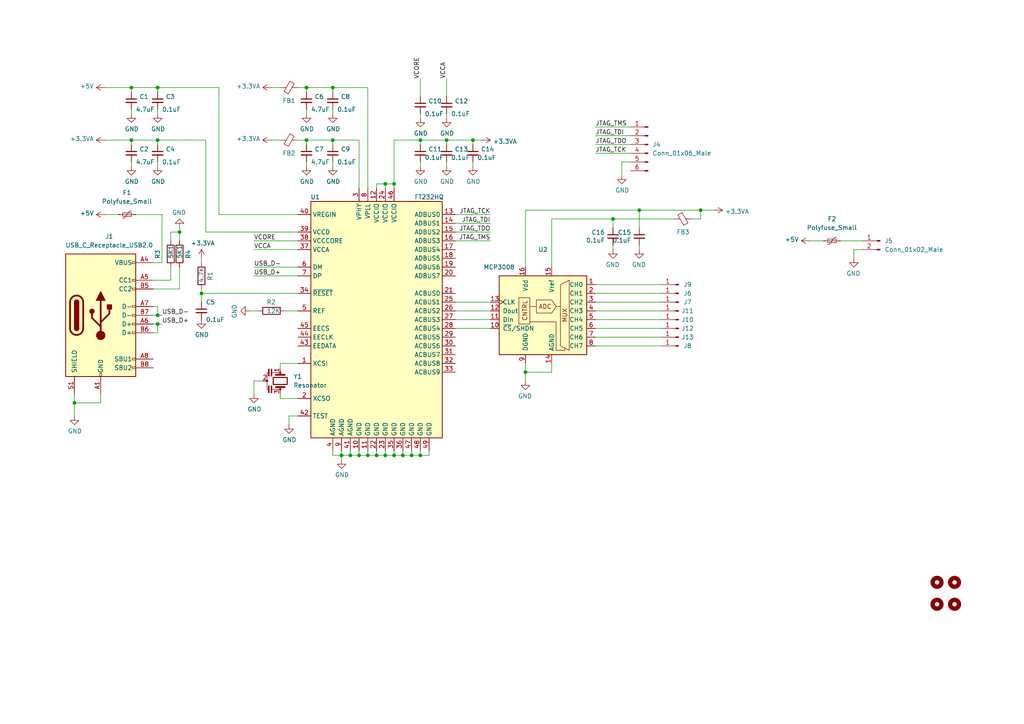
<source format=kicad_sch>
(kicad_sch (version 20210621) (generator eeschema)
  (paper "A4")
  (title_block (title "SYZYGY Breakout") (date "2021-09-21") (rev "r1.0") (company "GsD - @gregdavill") (comment 1 "SYZYGY Pod"))
  (lib_symbols
    (symbol "Analog_ADC:MCP3008" (pin_names (offset 1.016))
      (property "Reference" "U" (at -5.08 13.335 0))
      (property "Value" "MCP3008" (at -5.08 11.43 0))
      (symbol "MCP3008_0_0"
        (text "ADC" (at -0.635 1.27 0) (effects (font (size 1.27 1.27))))
        (text "CNTRL" (at 5.969 -2.921 900) (effects (font (size 1.27 1.27)) (justify left bottom)))
        (text "MUX" (at -6.35 -1.27 900) (effects (font (size 1.27 1.27))))
      )
      (symbol "MCP3008_0_1"
        (rectangle (start 3.81 -3.81) (end 6.985 3.81))
        (rectangle (start 12.7 -12.7) (end -12.7 10.16) (stroke (width 0.254)) (fill (type background)))
        (polyline (pts (xy -3.81 1.27) (xy -5.08 1.27)))
        (polyline (pts (xy 1.905 1.27) (xy 3.81 1.27)))
        (polyline (pts (xy -7.62 8.89) (xy -7.62 -11.43) (xy -5.08 -10.16) (xy -5.08 7.62) (xy -7.62 8.89)))
        (polyline (pts (xy 3.81 -3.175) (xy -3.81 -3.175) (xy -3.81 -11.43) (xy -6.35 -11.43) (xy -6.35 -10.795)))
        (polyline (pts (xy 1.905 3.175) (xy 1.905 -0.635) (xy -2.54 -0.635) (xy -3.81 1.27) (xy -2.54 3.175) (xy 1.905 3.175)))
      )
      (symbol "MCP3008_1_1"
        (pin input line (at -15.24 7.62 0) (length 2.54) (name "CH0") (number "1"))
        (pin input line (at 15.24 -5.08 180) (length 2.54) (name "~{CS}/SHDN") (number "10"))
        (pin input line (at 15.24 -2.54 180) (length 2.54) (name "Din") (number "11"))
        (pin output line (at 15.24 0 180) (length 2.54) (name "Dout") (number "12"))
        (pin input clock (at 15.24 2.54 180) (length 2.54) (name "CLK") (number "13"))
        (pin power_in line (at -2.54 -15.24 90) (length 2.54) (name "AGND") (number "14"))
        (pin power_in line (at -2.54 12.7 270) (length 2.54) (name "Vref") (number "15"))
        (pin power_in line (at 5.08 12.7 270) (length 2.54) (name "Vdd") (number "16"))
        (pin input line (at -15.24 5.08 0) (length 2.54) (name "CH1") (number "2"))
        (pin input line (at -15.24 2.54 0) (length 2.54) (name "CH2") (number "3"))
        (pin input line (at -15.24 0 0) (length 2.54) (name "CH3") (number "4"))
        (pin input line (at -15.24 -2.54 0) (length 2.54) (name "CH4") (number "5"))
        (pin input line (at -15.24 -5.08 0) (length 2.54) (name "CH5") (number "6"))
        (pin input line (at -15.24 -7.62 0) (length 2.54) (name "CH6") (number "7"))
        (pin input line (at -15.24 -10.16 0) (length 2.54) (name "CH7") (number "8"))
        (pin power_in line (at 5.08 -15.24 90) (length 2.54) (name "DGND") (number "9"))
      )
    )
    (symbol "Connector:Conn_01x01_Male" (pin_names (offset 1.016) hide)
      (property "Reference" "J" (at 0 2.54 0))
      (property "Value" "Conn_01x01_Male" (at 0 -2.54 0))
      (symbol "Conn_01x01_Male_1_1"
        (rectangle (start 0.8636 0.127) (end 0 -0.127) (stroke (width 0.1524)) (fill (type outline)))
        (polyline (pts (xy 1.27 0) (xy 0.8636 0)) (stroke (width 0.1524)))
        (pin passive line (at 5.08 0 180) (length 3.81) (name "Pin_1") (number "1"))
      )
    )
    (symbol "Connector:Conn_01x02_Male" (pin_names (offset 1.016) hide)
      (property "Reference" "J" (at 0 2.54 0))
      (property "Value" "Conn_01x02_Male" (at 0 -5.08 0))
      (symbol "Conn_01x02_Male_1_1"
        (rectangle (start 0.8636 -2.413) (end 0 -2.667) (stroke (width 0.1524)) (fill (type outline)))
        (rectangle (start 0.8636 0.127) (end 0 -0.127) (stroke (width 0.1524)) (fill (type outline)))
        (polyline (pts (xy 1.27 -2.54) (xy 0.8636 -2.54)) (stroke (width 0.1524)))
        (polyline (pts (xy 1.27 0) (xy 0.8636 0)) (stroke (width 0.1524)))
        (pin passive line (at 5.08 0 180) (length 3.81) (name "Pin_1") (number "1"))
        (pin passive line (at 5.08 -2.54 180) (length 3.81) (name "Pin_2") (number "2"))
      )
    )
    (symbol "Connector:Conn_01x06_Male" (pin_names (offset 1.016) hide)
      (property "Reference" "J" (at 0 7.62 0))
      (property "Value" "Conn_01x06_Male" (at 0 -10.16 0))
      (symbol "Conn_01x06_Male_1_1"
        (rectangle (start 0.8636 -7.493) (end 0 -7.747) (stroke (width 0.1524)) (fill (type outline)))
        (rectangle (start 0.8636 -4.953) (end 0 -5.207) (stroke (width 0.1524)) (fill (type outline)))
        (rectangle (start 0.8636 -2.413) (end 0 -2.667) (stroke (width 0.1524)) (fill (type outline)))
        (rectangle (start 0.8636 0.127) (end 0 -0.127) (stroke (width 0.1524)) (fill (type outline)))
        (rectangle (start 0.8636 2.667) (end 0 2.413) (stroke (width 0.1524)) (fill (type outline)))
        (rectangle (start 0.8636 5.207) (end 0 4.953) (stroke (width 0.1524)) (fill (type outline)))
        (polyline (pts (xy 1.27 -7.62) (xy 0.8636 -7.62)) (stroke (width 0.1524)))
        (polyline (pts (xy 1.27 -5.08) (xy 0.8636 -5.08)) (stroke (width 0.1524)))
        (polyline (pts (xy 1.27 -2.54) (xy 0.8636 -2.54)) (stroke (width 0.1524)))
        (polyline (pts (xy 1.27 0) (xy 0.8636 0)) (stroke (width 0.1524)))
        (polyline (pts (xy 1.27 2.54) (xy 0.8636 2.54)) (stroke (width 0.1524)))
        (polyline (pts (xy 1.27 5.08) (xy 0.8636 5.08)) (stroke (width 0.1524)))
        (pin passive line (at 5.08 5.08 180) (length 3.81) (name "Pin_1") (number "1"))
        (pin passive line (at 5.08 2.54 180) (length 3.81) (name "Pin_2") (number "2"))
        (pin passive line (at 5.08 0 180) (length 3.81) (name "Pin_3") (number "3"))
        (pin passive line (at 5.08 -2.54 180) (length 3.81) (name "Pin_4") (number "4"))
        (pin passive line (at 5.08 -5.08 180) (length 3.81) (name "Pin_5") (number "5"))
        (pin passive line (at 5.08 -7.62 180) (length 3.81) (name "Pin_6") (number "6"))
      )
    )
    (symbol "Connector:USB_C_Receptacle_USB2.0" (pin_names (offset 1.016))
      (property "Reference" "J" (at -10.16 19.05 0))
      (property "Value" "USB_C_Receptacle_USB2.0" (at 19.05 19.05 0))
      (symbol "USB_C_Receptacle_USB2.0_0_0"
        (rectangle (start -0.254 -17.78) (end 0.254 -16.764))
        (rectangle (start 10.16 -14.986) (end 9.144 -15.494))
        (rectangle (start 10.16 -12.446) (end 9.144 -12.954))
        (rectangle (start 10.16 -4.826) (end 9.144 -5.334))
        (rectangle (start 10.16 -2.286) (end 9.144 -2.794))
        (rectangle (start 10.16 0.254) (end 9.144 -0.254))
        (rectangle (start 10.16 2.794) (end 9.144 2.286))
        (rectangle (start 10.16 7.874) (end 9.144 7.366))
        (rectangle (start 10.16 10.414) (end 9.144 9.906))
        (rectangle (start 10.16 15.494) (end 9.144 14.986))
      )
      (symbol "USB_C_Receptacle_USB2.0_0_1"
        (arc (start -8.89 -3.81) (end -5.08 -3.81) (radius (at -6.985 -3.81) (length 1.905) (angles -179.9 -0.1)) (stroke (width 0.508)))
        (arc (start -7.62 -3.81) (end -6.35 -3.81) (radius (at -6.985 -3.81) (length 0.635) (angles -179.9 -0.1)) (stroke (width 0.254)))
        (arc (start -6.35 3.81) (end -7.62 3.81) (radius (at -6.985 3.81) (length 0.635) (angles 0.1 179.9)) (stroke (width 0.254)))
        (arc (start -5.08 3.81) (end -8.89 3.81) (radius (at -6.985 3.81) (length 1.905) (angles 0.1 179.9)) (stroke (width 0.508)))
        (arc (start -7.62 -3.81) (end -6.35 -3.81) (radius (at -6.985 -3.81) (length 0.635) (angles -179.9 -0.1)) (stroke (width 0.254)) (fill (type outline)))
        (arc (start -6.35 3.81) (end -7.62 3.81) (radius (at -6.985 3.81) (length 0.635) (angles 0.1 179.9)) (stroke (width 0.254)) (fill (type outline)))
        (circle (center -2.54 1.143) (radius 0.635) (stroke (width 0.254)) (fill (type outline)))
        (circle (center 0 -5.842) (radius 1.27) (fill (type outline)))
        (rectangle (start -7.62 -3.81) (end -6.35 3.81) (stroke (width 0.254)) (fill (type outline)))
        (rectangle (start 1.905 1.778) (end 3.175 3.048) (stroke (width 0.254)) (fill (type outline)))
        (rectangle (start -10.16 17.78) (end 10.16 -17.78) (stroke (width 0.254)) (fill (type background)))
        (polyline (pts (xy -8.89 -3.81) (xy -8.89 3.81)) (stroke (width 0.508)))
        (polyline (pts (xy -5.08 3.81) (xy -5.08 -3.81)) (stroke (width 0.508)))
        (polyline (pts (xy 0 -5.842) (xy 0 4.318)) (stroke (width 0.508)))
        (polyline (pts (xy 0 -3.302) (xy -2.54 -0.762) (xy -2.54 0.508)) (stroke (width 0.508)))
        (polyline (pts (xy 0 -2.032) (xy 2.54 0.508) (xy 2.54 1.778)) (stroke (width 0.508)))
        (polyline (pts (xy -1.27 4.318) (xy 0 6.858) (xy 1.27 4.318) (xy -1.27 4.318)) (stroke (width 0.254)) (fill (type outline)))
      )
      (symbol "USB_C_Receptacle_USB2.0_1_1"
        (pin passive line (at 0 -22.86 90) (length 5.08) (name "GND") (number "A1"))
        (pin passive line (at 0 -22.86 90) (length 5.08) hide (name "GND") (number "A12"))
        (pin passive line (at 15.24 15.24 180) (length 5.08) (name "VBUS") (number "A4"))
        (pin bidirectional line (at 15.24 10.16 180) (length 5.08) (name "CC1") (number "A5"))
        (pin bidirectional line (at 15.24 -2.54 180) (length 5.08) (name "D+") (number "A6"))
        (pin bidirectional line (at 15.24 2.54 180) (length 5.08) (name "D-") (number "A7"))
        (pin bidirectional line (at 15.24 -12.7 180) (length 5.08) (name "SBU1") (number "A8"))
        (pin passive line (at 15.24 15.24 180) (length 5.08) hide (name "VBUS") (number "A9"))
        (pin passive line (at 0 -22.86 90) (length 5.08) hide (name "GND") (number "B1"))
        (pin passive line (at 0 -22.86 90) (length 5.08) hide (name "GND") (number "B12"))
        (pin passive line (at 15.24 15.24 180) (length 5.08) hide (name "VBUS") (number "B4"))
        (pin bidirectional line (at 15.24 7.62 180) (length 5.08) (name "CC2") (number "B5"))
        (pin bidirectional line (at 15.24 -5.08 180) (length 5.08) (name "D+") (number "B6"))
        (pin bidirectional line (at 15.24 0 180) (length 5.08) (name "D-") (number "B7"))
        (pin bidirectional line (at 15.24 -15.24 180) (length 5.08) (name "SBU2") (number "B8"))
        (pin passive line (at 15.24 15.24 180) (length 5.08) hide (name "VBUS") (number "B9"))
        (pin passive line (at -7.62 -22.86 90) (length 5.08) (name "SHIELD") (number "S1"))
      )
    )
    (symbol "Device:C_Small" (pin_numbers hide) (pin_names (offset 0.254) hide)
      (property "Reference" "C" (at 0.254 1.778 0))
      (property "Value" "C_Small" (at 0.254 -2.032 0))
      (symbol "C_Small_0_1"
        (polyline (pts (xy -1.524 -0.508) (xy 1.524 -0.508)) (stroke (width 0.3302)))
        (polyline (pts (xy -1.524 0.508) (xy 1.524 0.508)) (stroke (width 0.3048)))
      )
      (symbol "C_Small_1_1"
        (pin passive line (at 0 2.54 270) (length 2.032) (name "~") (number "1"))
        (pin passive line (at 0 -2.54 90) (length 2.032) (name "~") (number "2"))
      )
    )
    (symbol "Device:Ferrite_Bead_Small" (pin_numbers hide) (pin_names (offset 0))
      (property "Reference" "FB" (at 1.905 1.27 0))
      (property "Value" "Device_Ferrite_Bead_Small" (at 1.905 -1.27 0))
      (symbol "Ferrite_Bead_Small_0_1"
        (polyline (pts (xy 0 -1.27) (xy 0 -0.7874)))
        (polyline (pts (xy 0 0.889) (xy 0 1.2954)))
        (polyline (pts (xy -1.8288 0.2794) (xy -1.1176 1.4986) (xy 1.8288 -0.2032) (xy 1.1176 -1.4224) (xy -1.8288 0.2794)))
      )
      (symbol "Ferrite_Bead_Small_1_1"
        (pin passive line (at 0 2.54 270) (length 1.27) (name "~") (number "1"))
        (pin passive line (at 0 -2.54 90) (length 1.27) (name "~") (number "2"))
      )
    )
    (symbol "Device:Polyfuse_Small" (pin_numbers hide) (pin_names (offset 0))
      (property "Reference" "F" (at -1.905 0 90))
      (property "Value" "Polyfuse_Small" (at 1.905 0 90))
      (symbol "Polyfuse_Small_0_1"
        (rectangle (start -0.508 1.27) (end 0.508 -1.27))
        (polyline (pts (xy 0 2.54) (xy 0 -2.54)))
        (polyline (pts (xy -1.016 1.27) (xy -1.016 0.762) (xy 1.016 -0.762) (xy 1.016 -1.27)))
      )
      (symbol "Polyfuse_Small_1_1"
        (pin passive line (at 0 2.54 270) (length 0.635) (name "~") (number "1"))
        (pin passive line (at 0 -2.54 90) (length 0.635) (name "~") (number "2"))
      )
    )
    (symbol "Device:R" (pin_numbers hide) (pin_names (offset 0))
      (property "Reference" "R" (at 2.032 0 90))
      (property "Value" "R" (at 0 0 90))
      (symbol "R_0_1"
        (rectangle (start -1.016 -2.54) (end 1.016 2.54) (stroke (width 0.254)))
      )
      (symbol "R_1_1"
        (pin passive line (at 0 3.81 270) (length 1.27) (name "~") (number "1"))
        (pin passive line (at 0 -3.81 90) (length 1.27) (name "~") (number "2"))
      )
    )
    (symbol "Device:Resonator" (pin_names (offset 1.016) hide)
      (property "Reference" "Y" (at 0 5.715 0))
      (property "Value" "Resonator" (at 0 3.81 0))
      (symbol "Resonator_0_1"
        (circle (center -2.413 0) (radius 0.254) (fill (type outline)))
        (circle (center 0 -3.81) (radius 0.254) (fill (type outline)))
        (circle (center 2.413 0) (radius 0.254) (fill (type outline)))
        (rectangle (start -1.016 2.032) (end 1.016 -2.032) (stroke (width 0.3048)))
        (rectangle (start -3.429 -3.175) (end -1.397 -3.429) (fill (type outline)))
        (rectangle (start -3.429 -2.413) (end -1.397 -2.667) (fill (type outline)))
        (rectangle (start 1.397 -3.175) (end 3.429 -3.429) (fill (type outline)))
        (rectangle (start 1.397 -2.413) (end 3.429 -2.667) (fill (type outline)))
        (polyline (pts (xy -2.413 -2.413) (xy -2.413 0)))
        (polyline (pts (xy -1.905 0) (xy -3.175 0)))
        (polyline (pts (xy -1.778 -1.27) (xy -1.778 1.27)) (stroke (width 0.508)))
        (polyline (pts (xy 1.778 -1.27) (xy 1.778 1.27)) (stroke (width 0.508)))
        (polyline (pts (xy 1.905 0) (xy 2.54 0)))
        (polyline (pts (xy 2.413 0) (xy 2.413 -2.54)))
        (polyline (pts (xy 2.413 -3.302) (xy 2.413 -3.81) (xy -2.413 -3.81) (xy -2.413 -3.302)))
      )
      (symbol "Resonator_1_1"
        (pin passive line (at -3.81 0 0) (length 1.27) (name "1") (number "1"))
        (pin passive line (at 0 -5.08 90) (length 1.27) (name "2") (number "2"))
        (pin passive line (at 3.81 0 180) (length 1.27) (name "3") (number "3"))
      )
    )
    (symbol "Interface_USB:FT232H"
      (property "Reference" "U1" (at -17.78 35.56 0))
      (property "Value" "FT232HQ" (at 15.24 35.56 0))
      (symbol "FT232H_0_1"
        (rectangle (start -19.05 34.29) (end 19.05 -34.29) (stroke (width 0.254)) (fill (type background)))
      )
      (symbol "FT232H_1_1"
        (pin input line (at -22.86 -12.7 0) (length 3.81) (name "XCSI") (number "1"))
        (pin power_in line (at -5.08 -38.1 90) (length 3.81) (name "GND") (number "10"))
        (pin power_in line (at -2.54 -38.1 90) (length 3.81) (name "GND") (number "11"))
        (pin power_in line (at 0 38.1 270) (length 3.81) (name "VCCIO") (number "12"))
        (pin bidirectional line (at 22.86 30.48 180) (length 3.81) (name "ADBUS0") (number "13"))
        (pin bidirectional line (at 22.86 27.94 180) (length 3.81) (name "ADBUS1") (number "14"))
        (pin bidirectional line (at 22.86 25.4 180) (length 3.81) (name "ADBUS2") (number "15"))
        (pin bidirectional line (at 22.86 22.86 180) (length 3.81) (name "ADBUS3") (number "16"))
        (pin bidirectional line (at 22.86 20.32 180) (length 3.81) (name "ADBUS4") (number "17"))
        (pin bidirectional line (at 22.86 17.78 180) (length 3.81) (name "ADBUS5") (number "18"))
        (pin bidirectional line (at 22.86 15.24 180) (length 3.81) (name "ADBUS6") (number "19"))
        (pin output line (at -22.86 -22.86 0) (length 3.81) (name "XCSO") (number "2"))
        (pin bidirectional line (at 22.86 12.7 180) (length 3.81) (name "ADBUS7") (number "20"))
        (pin bidirectional line (at 22.86 7.62 180) (length 3.81) (name "ACBUS0") (number "21"))
        (pin power_in line (at 0 -38.1 90) (length 3.81) (name "GND") (number "22"))
        (pin power_in line (at 2.54 -38.1 90) (length 3.81) (name "GND") (number "23"))
        (pin power_in line (at 2.54 38.1 270) (length 3.81) (name "VCCIO") (number "24"))
        (pin bidirectional line (at 22.86 5.08 180) (length 3.81) (name "ACBUS1") (number "25"))
        (pin bidirectional line (at 22.86 2.54 180) (length 3.81) (name "ACBUS2") (number "26"))
        (pin bidirectional line (at 22.86 0 180) (length 3.81) (name "ACBUS3") (number "27"))
        (pin bidirectional line (at 22.86 -2.54 180) (length 3.81) (name "ACBUS4") (number "28"))
        (pin bidirectional line (at 22.86 -5.08 180) (length 3.81) (name "ACBUS5") (number "29"))
        (pin power_in line (at -5.08 38.1 270) (length 3.81) (name "VPHY") (number "3"))
        (pin bidirectional line (at 22.86 -7.62 180) (length 3.81) (name "ACBUS6") (number "30"))
        (pin bidirectional line (at 22.86 -10.16 180) (length 3.81) (name "ACBUS7") (number "31"))
        (pin bidirectional line (at 22.86 -12.7 180) (length 3.81) (name "ACBUS8") (number "32"))
        (pin bidirectional line (at 22.86 -15.24 180) (length 3.81) (name "ACBUS9") (number "33"))
        (pin input line (at -22.86 7.62 0) (length 3.81) (name "~{RESET}") (number "34"))
        (pin power_in line (at 5.08 -38.1 90) (length 3.81) (name "GND") (number "35"))
        (pin power_in line (at 7.62 -38.1 90) (length 3.81) (name "GND") (number "36"))
        (pin power_out line (at -22.86 20.32 0) (length 3.81) (name "VCCA") (number "37"))
        (pin power_out line (at -22.86 22.86 0) (length 3.81) (name "VCCCORE") (number "38"))
        (pin power_in line (at -22.86 25.4 0) (length 3.81) (name "VCCD") (number "39"))
        (pin power_in line (at -12.7 -38.1 90) (length 3.81) (name "AGND") (number "4"))
        (pin power_in line (at -22.86 30.48 0) (length 3.81) (name "VREGIN") (number "40"))
        (pin power_in line (at -7.62 -38.1 90) (length 3.81) (name "AGND") (number "41"))
        (pin input line (at -22.86 -27.94 0) (length 3.81) (name "TEST") (number "42"))
        (pin bidirectional line (at -22.86 -7.62 0) (length 3.81) (name "EEDATA") (number "43"))
        (pin input line (at -22.86 -5.08 0) (length 3.81) (name "EECLK") (number "44"))
        (pin input line (at -22.86 -2.54 0) (length 3.81) (name "EECS") (number "45"))
        (pin power_in line (at 5.08 38.1 270) (length 3.81) (name "VCCIO") (number "46"))
        (pin power_in line (at 10.16 -38.1 90) (length 3.81) (name "GND") (number "47"))
        (pin power_in line (at 12.7 -38.1 90) (length 3.81) (name "GND") (number "48"))
        (pin power_in line (at 15.24 -38.1 90) (length 3.81) (name "GND") (number "49"))
        (pin input line (at -22.86 2.54 0) (length 3.81) (name "REF") (number "5"))
        (pin bidirectional line (at -22.86 15.24 0) (length 3.81) (name "DM") (number "6"))
        (pin bidirectional line (at -22.86 12.7 0) (length 3.81) (name "DP") (number "7"))
        (pin power_in line (at -2.54 38.1 270) (length 3.81) (name "VPLL") (number "8"))
        (pin power_in line (at -10.16 -38.1 90) (length 3.81) (name "AGND") (number "9"))
      )
    )
    (symbol "Mechanical:MountingHole" (pin_names (offset 1.016))
      (property "Reference" "H" (at 0 5.08 0))
      (property "Value" "MountingHole" (at 0 3.175 0))
      (symbol "MountingHole_0_1"
        (circle (center 0 0) (radius 1.27) (stroke (width 1.27)))
      )
    )
    (symbol "power:+3.3VA" (power) (pin_names (offset 0))
      (property "Value" "+3.3VA" (at 0 3.556 0))
      (symbol "+3.3VA_0_1"
        (polyline (pts (xy -0.762 1.27) (xy 0 2.54)))
        (polyline (pts (xy 0 0) (xy 0 2.54)))
        (polyline (pts (xy 0 2.54) (xy 0.762 1.27)))
      )
      (symbol "+3.3VA_1_1"
        (pin power_in line (at 0 0 90) (length 0) hide (name "+3.3VA") (number "1"))
      )
    )
    (symbol "power:+5V" (power) (pin_names (offset 0))
      (property "Value" "+5V" (at 0 3.556 0))
      (symbol "+5V_0_1"
        (polyline (pts (xy -0.762 1.27) (xy 0 2.54)))
        (polyline (pts (xy 0 0) (xy 0 2.54)))
        (polyline (pts (xy 0 2.54) (xy 0.762 1.27)))
      )
      (symbol "+5V_1_1"
        (pin power_in line (at 0 0 90) (length 0) hide (name "+5V") (number "1"))
      )
    )
    (symbol "power:GND" (power) (pin_names (offset 0))
      (property "Value" "GND" (at 0 -3.81 0))
      (symbol "GND_0_1"
        (polyline (pts (xy 0 0) (xy 0 -1.27) (xy 1.27 -1.27) (xy 0 -2.54) (xy -1.27 -1.27) (xy 0 -1.27)))
      )
      (symbol "GND_1_1"
        (pin power_in line (at 0 0 270) (length 0) hide (name "GND") (number "1"))
      )
    )
  )
  (bus_alias "GPDI" (members "CK_N" "CK_P" "D0_N" "D0_P" "D1_N" "D1_P" "D2_N" "D2_P"))
  (junction (at 21.59 116.84))
  (junction (at 38.1 25.4))
  (junction (at 38.1 40.64))
  (junction (at 45.72 25.4))
  (junction (at 45.72 40.64))
  (junction (at 45.72 91.44))
  (junction (at 45.72 93.98))
  (junction (at 52.07 67.31))
  (junction (at 58.42 85.09))
  (junction (at 88.9 25.4))
  (junction (at 88.9 40.64))
  (junction (at 96.52 25.4))
  (junction (at 96.52 40.64))
  (junction (at 99.06 132.08))
  (junction (at 101.6 132.08))
  (junction (at 104.14 132.08))
  (junction (at 106.68 132.08))
  (junction (at 109.22 132.08))
  (junction (at 111.76 53.34))
  (junction (at 111.76 132.08))
  (junction (at 114.3 53.34))
  (junction (at 114.3 132.08))
  (junction (at 116.84 132.08))
  (junction (at 119.38 132.08))
  (junction (at 121.92 40.64))
  (junction (at 121.92 132.08))
  (junction (at 129.54 40.64))
  (junction (at 137.16 40.64))
  (junction (at 152.4 107.95))
  (junction (at 177.8 63.5))
  (junction (at 185.42 60.96))
  (junction (at 203.2 60.96))
  (wire (pts (xy 21.59 114.3) (xy 21.59 116.84)))
  (wire (pts (xy 21.59 116.84) (xy 21.59 120.65)))
  (wire (pts (xy 29.21 114.3) (xy 29.21 116.84)))
  (wire (pts (xy 29.21 116.84) (xy 21.59 116.84)))
  (wire (pts (xy 30.48 40.64) (xy 38.1 40.64)))
  (wire (pts (xy 30.48 62.23) (xy 34.29 62.23)))
  (wire (pts (xy 38.1 25.4) (xy 30.48 25.4)))
  (wire (pts (xy 38.1 26.67) (xy 38.1 25.4)))
  (wire (pts (xy 38.1 33.02) (xy 38.1 31.75)))
  (wire (pts (xy 38.1 40.64) (xy 38.1 41.91)))
  (wire (pts (xy 38.1 48.26) (xy 38.1 46.99)))
  (wire (pts (xy 39.37 62.23) (xy 46.99 62.23)))
  (wire (pts (xy 44.45 88.9) (xy 45.72 88.9)))
  (wire (pts (xy 44.45 91.44) (xy 45.72 91.44)))
  (wire (pts (xy 44.45 93.98) (xy 45.72 93.98)))
  (wire (pts (xy 44.45 96.52) (xy 45.72 96.52)))
  (wire (pts (xy 45.72 25.4) (xy 38.1 25.4)))
  (wire (pts (xy 45.72 25.4) (xy 63.5 25.4)))
  (wire (pts (xy 45.72 26.67) (xy 45.72 25.4)))
  (wire (pts (xy 45.72 33.02) (xy 45.72 31.75)))
  (wire (pts (xy 45.72 40.64) (xy 38.1 40.64)))
  (wire (pts (xy 45.72 40.64) (xy 59.69 40.64)))
  (wire (pts (xy 45.72 41.91) (xy 45.72 40.64)))
  (wire (pts (xy 45.72 48.26) (xy 45.72 46.99)))
  (wire (pts (xy 45.72 88.9) (xy 45.72 91.44)))
  (wire (pts (xy 45.72 91.44) (xy 46.99 91.44)))
  (wire (pts (xy 45.72 93.98) (xy 46.99 93.98)))
  (wire (pts (xy 45.72 96.52) (xy 45.72 93.98)))
  (wire (pts (xy 46.99 62.23) (xy 46.99 76.2)))
  (wire (pts (xy 46.99 76.2) (xy 44.45 76.2)))
  (wire (pts (xy 49.53 67.31) (xy 52.07 67.31)))
  (wire (pts (xy 49.53 69.85) (xy 49.53 67.31)))
  (wire (pts (xy 49.53 77.47) (xy 49.53 81.28)))
  (wire (pts (xy 49.53 81.28) (xy 44.45 81.28)))
  (wire (pts (xy 52.07 66.04) (xy 52.07 67.31)))
  (wire (pts (xy 52.07 67.31) (xy 52.07 69.85)))
  (wire (pts (xy 52.07 77.47) (xy 52.07 83.82)))
  (wire (pts (xy 52.07 83.82) (xy 44.45 83.82)))
  (wire (pts (xy 58.42 76.2) (xy 58.42 74.93)))
  (wire (pts (xy 58.42 83.82) (xy 58.42 85.09)))
  (wire (pts (xy 58.42 85.09) (xy 86.36 85.09)))
  (wire (pts (xy 58.42 87.63) (xy 58.42 85.09)))
  (wire (pts (xy 59.69 67.31) (xy 59.69 40.64)))
  (wire (pts (xy 59.69 67.31) (xy 86.36 67.31)))
  (wire (pts (xy 63.5 25.4) (xy 63.5 62.23)))
  (wire (pts (xy 63.5 62.23) (xy 86.36 62.23)))
  (wire (pts (xy 72.39 90.17) (xy 74.93 90.17)))
  (wire (pts (xy 73.66 77.47) (xy 86.36 77.47)))
  (wire (pts (xy 73.66 80.01) (xy 86.36 80.01)))
  (wire (pts (xy 73.66 110.49) (xy 73.66 114.3)))
  (wire (pts (xy 76.2 110.49) (xy 73.66 110.49)))
  (wire (pts (xy 78.74 25.4) (xy 81.28 25.4)))
  (wire (pts (xy 78.74 40.64) (xy 81.28 40.64)))
  (wire (pts (xy 81.28 105.41) (xy 81.28 106.68)))
  (wire (pts (xy 81.28 115.57) (xy 81.28 114.3)))
  (wire (pts (xy 83.82 120.65) (xy 83.82 123.19)))
  (wire (pts (xy 86.36 69.85) (xy 73.66 69.85)))
  (wire (pts (xy 86.36 72.39) (xy 73.66 72.39)))
  (wire (pts (xy 86.36 90.17) (xy 82.55 90.17)))
  (wire (pts (xy 86.36 105.41) (xy 81.28 105.41)))
  (wire (pts (xy 86.36 115.57) (xy 81.28 115.57)))
  (wire (pts (xy 86.36 120.65) (xy 83.82 120.65)))
  (wire (pts (xy 88.9 25.4) (xy 86.36 25.4)))
  (wire (pts (xy 88.9 26.67) (xy 88.9 25.4)))
  (wire (pts (xy 88.9 33.02) (xy 88.9 31.75)))
  (wire (pts (xy 88.9 40.64) (xy 86.36 40.64)))
  (wire (pts (xy 88.9 41.91) (xy 88.9 40.64)))
  (wire (pts (xy 88.9 48.26) (xy 88.9 46.99)))
  (wire (pts (xy 96.52 25.4) (xy 88.9 25.4)))
  (wire (pts (xy 96.52 26.67) (xy 96.52 25.4)))
  (wire (pts (xy 96.52 33.02) (xy 96.52 31.75)))
  (wire (pts (xy 96.52 40.64) (xy 88.9 40.64)))
  (wire (pts (xy 96.52 41.91) (xy 96.52 40.64)))
  (wire (pts (xy 96.52 48.26) (xy 96.52 46.99)))
  (wire (pts (xy 96.52 130.81) (xy 96.52 132.08)))
  (wire (pts (xy 96.52 132.08) (xy 99.06 132.08)))
  (wire (pts (xy 99.06 132.08) (xy 99.06 130.81)))
  (wire (pts (xy 99.06 132.08) (xy 101.6 132.08)))
  (wire (pts (xy 99.06 133.35) (xy 99.06 132.08)))
  (wire (pts (xy 101.6 132.08) (xy 101.6 130.81)))
  (wire (pts (xy 101.6 132.08) (xy 104.14 132.08)))
  (wire (pts (xy 104.14 40.64) (xy 96.52 40.64)))
  (wire (pts (xy 104.14 54.61) (xy 104.14 40.64)))
  (wire (pts (xy 104.14 132.08) (xy 104.14 130.81)))
  (wire (pts (xy 104.14 132.08) (xy 106.68 132.08)))
  (wire (pts (xy 106.68 25.4) (xy 96.52 25.4)))
  (wire (pts (xy 106.68 54.61) (xy 106.68 25.4)))
  (wire (pts (xy 106.68 132.08) (xy 106.68 130.81)))
  (wire (pts (xy 106.68 132.08) (xy 109.22 132.08)))
  (wire (pts (xy 109.22 54.61) (xy 109.22 53.34)))
  (wire (pts (xy 109.22 132.08) (xy 109.22 130.81)))
  (wire (pts (xy 109.22 132.08) (xy 111.76 132.08)))
  (wire (pts (xy 111.76 53.34) (xy 109.22 53.34)))
  (wire (pts (xy 111.76 54.61) (xy 111.76 53.34)))
  (wire (pts (xy 111.76 132.08) (xy 111.76 130.81)))
  (wire (pts (xy 111.76 132.08) (xy 114.3 132.08)))
  (wire (pts (xy 114.3 40.64) (xy 114.3 53.34)))
  (wire (pts (xy 114.3 53.34) (xy 111.76 53.34)))
  (wire (pts (xy 114.3 54.61) (xy 114.3 53.34)))
  (wire (pts (xy 114.3 132.08) (xy 114.3 130.81)))
  (wire (pts (xy 114.3 132.08) (xy 116.84 132.08)))
  (wire (pts (xy 116.84 132.08) (xy 116.84 130.81)))
  (wire (pts (xy 116.84 132.08) (xy 119.38 132.08)))
  (wire (pts (xy 119.38 132.08) (xy 119.38 130.81)))
  (wire (pts (xy 119.38 132.08) (xy 121.92 132.08)))
  (wire (pts (xy 121.92 27.94) (xy 121.92 22.86)))
  (wire (pts (xy 121.92 34.29) (xy 121.92 33.02)))
  (wire (pts (xy 121.92 40.64) (xy 114.3 40.64)))
  (wire (pts (xy 121.92 41.91) (xy 121.92 40.64)))
  (wire (pts (xy 121.92 48.26) (xy 121.92 46.99)))
  (wire (pts (xy 121.92 132.08) (xy 121.92 130.81)))
  (wire (pts (xy 121.92 132.08) (xy 124.46 132.08)))
  (wire (pts (xy 124.46 132.08) (xy 124.46 130.81)))
  (wire (pts (xy 129.54 22.86) (xy 129.54 27.94)))
  (wire (pts (xy 129.54 34.29) (xy 129.54 33.02)))
  (wire (pts (xy 129.54 40.64) (xy 121.92 40.64)))
  (wire (pts (xy 129.54 41.91) (xy 129.54 40.64)))
  (wire (pts (xy 129.54 48.26) (xy 129.54 46.99)))
  (wire (pts (xy 132.08 87.63) (xy 142.24 87.63)))
  (wire (pts (xy 132.08 90.17) (xy 142.24 90.17)))
  (wire (pts (xy 132.08 92.71) (xy 142.24 92.71)))
  (wire (pts (xy 132.08 95.25) (xy 142.24 95.25)))
  (wire (pts (xy 137.16 40.64) (xy 129.54 40.64)))
  (wire (pts (xy 137.16 40.64) (xy 139.7 40.64)))
  (wire (pts (xy 137.16 41.91) (xy 137.16 40.64)))
  (wire (pts (xy 137.16 48.26) (xy 137.16 46.99)))
  (wire (pts (xy 142.24 62.23) (xy 132.08 62.23)))
  (wire (pts (xy 142.24 64.77) (xy 132.08 64.77)))
  (wire (pts (xy 142.24 67.31) (xy 132.08 67.31)))
  (wire (pts (xy 142.24 69.85) (xy 132.08 69.85)))
  (wire (pts (xy 152.4 60.96) (xy 185.42 60.96)))
  (wire (pts (xy 152.4 77.47) (xy 152.4 60.96)))
  (wire (pts (xy 152.4 105.41) (xy 152.4 107.95)))
  (wire (pts (xy 152.4 107.95) (xy 152.4 110.49)))
  (wire (pts (xy 160.02 63.5) (xy 160.02 77.47)))
  (wire (pts (xy 160.02 63.5) (xy 177.8 63.5)))
  (wire (pts (xy 160.02 105.41) (xy 160.02 107.95)))
  (wire (pts (xy 160.02 107.95) (xy 152.4 107.95)))
  (wire (pts (xy 172.72 36.83) (xy 182.88 36.83)))
  (wire (pts (xy 172.72 39.37) (xy 182.88 39.37)))
  (wire (pts (xy 172.72 41.91) (xy 182.88 41.91)))
  (wire (pts (xy 172.72 44.45) (xy 182.88 44.45)))
  (wire (pts (xy 172.72 82.55) (xy 191.77 82.55)))
  (wire (pts (xy 172.72 85.09) (xy 191.77 85.09)))
  (wire (pts (xy 172.72 87.63) (xy 191.77 87.63)))
  (wire (pts (xy 172.72 90.17) (xy 191.77 90.17)))
  (wire (pts (xy 172.72 92.71) (xy 191.77 92.71)))
  (wire (pts (xy 172.72 95.25) (xy 191.77 95.25)))
  (wire (pts (xy 172.72 97.79) (xy 191.77 97.79)))
  (wire (pts (xy 172.72 100.33) (xy 191.77 100.33)))
  (wire (pts (xy 177.8 66.04) (xy 177.8 63.5)))
  (wire (pts (xy 177.8 72.39) (xy 177.8 71.12)))
  (wire (pts (xy 180.34 46.99) (xy 180.34 50.8)))
  (wire (pts (xy 182.88 46.99) (xy 180.34 46.99)))
  (wire (pts (xy 185.42 66.04) (xy 185.42 60.96)))
  (wire (pts (xy 185.42 72.39) (xy 185.42 71.12)))
  (wire (pts (xy 195.58 63.5) (xy 177.8 63.5)))
  (wire (pts (xy 200.66 63.5) (xy 203.2 63.5)))
  (wire (pts (xy 203.2 60.96) (xy 185.42 60.96)))
  (wire (pts (xy 203.2 63.5) (xy 203.2 60.96)))
  (wire (pts (xy 207.01 60.96) (xy 203.2 60.96)))
  (wire (pts (xy 234.95 69.85) (xy 238.76 69.85)))
  (wire (pts (xy 243.84 69.85) (xy 250.19 69.85)))
  (wire (pts (xy 247.65 72.39) (xy 247.65 74.93)))
  (wire (pts (xy 250.19 72.39) (xy 247.65 72.39)))
  (label "USB_D-" (at 46.99 91.44 0))
  (label "USB_D+" (at 46.99 93.98 0))
  (label "VCORE" (at 73.66 69.85 0))
  (label "VCCA" (at 73.66 72.39 0))
  (label "USB_D-" (at 73.66 77.47 0))
  (label "USB_D+" (at 73.66 80.01 0))
  (label "VCORE" (at 121.92 22.86 90))
  (label "VCCA" (at 129.54 22.86 90))
  (label "JTAG_TCK" (at 142.24 62.23 180))
  (label "JTAG_TDI" (at 142.24 64.77 180))
  (label "JTAG_TDO" (at 142.24 67.31 180))
  (label "JTAG_TMS" (at 142.24 69.85 180))
  (label "JTAG_TMS" (at 172.72 36.83 0))
  (label "JTAG_TDI" (at 172.72 39.37 0))
  (label "JTAG_TDO" (at 172.72 41.91 0))
  (label "JTAG_TCK" (at 172.72 44.45 0))
  (symbol (lib_id "power:+5V") (at 30.48 25.4 90) (unit 1)
    (property "Reference" "#PWR0111" (effects hide))
    (property "Value" "+5V" (at 27.2288 25.019 90) (effects (justify left)))
  )
  (symbol (lib_id "power:+3.3VA") (at 30.48 40.64 90) (unit 1)
    (property "Reference" "#PWR0110" (effects hide))
    (property "Value" "+3.3VA" (at 27.2542 40.259 90) (effects (justify left)))
  )
  (symbol (lib_id "power:+5V") (at 30.48 62.23 90) (unit 1)
    (property "Reference" "#PWR0120" (effects hide))
    (property "Value" "+5V" (at 27.2288 61.849 90) (effects (justify left)))
  )
  (symbol (lib_id "power:+3.3VA") (at 58.42 74.93 0) (unit 1)
    (property "Reference" "#PWR0102" (effects hide))
    (property "Value" "+3.3VA" (at 58.801 70.5358 0))
  )
  (symbol (lib_id "power:+3.3VA") (at 78.74 25.4 90) (unit 1)
    (property "Reference" "#PWR0109" (effects hide))
    (property "Value" "+3.3VA" (at 75.5142 25.019 90) (effects (justify left)))
  )
  (symbol (lib_id "power:+3.3VA") (at 78.74 40.64 90) (unit 1)
    (property "Reference" "#PWR0108" (effects hide))
    (property "Value" "+3.3VA" (at 75.5142 40.259 90) (effects (justify left)))
  )
  (symbol (lib_id "power:+3.3VA") (at 139.7 40.64 270) (unit 1)
    (property "Reference" "#PWR0124" (effects hide))
    (property "Value" "+3.3VA" (at 142.9512 41.021 90) (effects (justify left)))
  )
  (symbol (lib_id "power:+3.3VA") (at 207.01 60.96 270) (unit 1)
    (property "Reference" "#PWR0125" (effects hide))
    (property "Value" "+3.3VA" (at 210.2612 61.341 90) (effects (justify left)))
  )
  (symbol (lib_id "power:+5V") (at 234.95 69.85 90) (unit 1)
    (property "Reference" "#PWR0133" (effects hide))
    (property "Value" "+5V" (at 231.6988 69.469 90) (effects (justify left)))
  )
  (symbol (lib_id "Connector:Conn_01x01_Male") (at 196.85 82.55 0) (mirror y) (unit 1)
    (property "Reference" "J9" (at 199.4281 82.55 0))
    (property "Value" "Conn_01x01_Male" (effects hide))
    (property "Footprint" "programming-jig:0906-4-15-20-75-14-11-0" (effects hide))
    (property "PN" "0906-4-15-20-75-14-11-0" (effects hide))
  )
  (symbol (lib_id "Connector:Conn_01x01_Male") (at 196.85 85.09 0) (mirror y) (unit 1)
    (property "Reference" "J6" (at 199.4281 85.09 0))
    (property "Value" "Conn_01x01_Male" (effects hide))
    (property "Footprint" "programming-jig:0906-4-15-20-75-14-11-0" (effects hide))
    (property "PN" "0906-4-15-20-75-14-11-0" (effects hide))
  )
  (symbol (lib_id "Connector:Conn_01x01_Male") (at 196.85 87.63 0) (mirror y) (unit 1)
    (property "Reference" "J7" (at 199.4281 87.63 0))
    (property "Value" "Conn_01x01_Male" (effects hide))
    (property "Footprint" "programming-jig:0906-4-15-20-75-14-11-0" (effects hide))
    (property "PN" "0906-4-15-20-75-14-11-0" (effects hide))
  )
  (symbol (lib_id "Connector:Conn_01x01_Male") (at 196.85 90.17 0) (mirror y) (unit 1)
    (property "Reference" "J11" (at 199.4281 90.17 0))
    (property "Value" "Conn_01x01_Male" (effects hide))
    (property "Footprint" "programming-jig:0906-4-15-20-75-14-11-0" (effects hide))
    (property "PN" "0906-4-15-20-75-14-11-0" (effects hide))
  )
  (symbol (lib_id "Connector:Conn_01x01_Male") (at 196.85 92.71 0) (mirror y) (unit 1)
    (property "Reference" "J10" (at 199.4281 92.71 0))
    (property "Value" "Conn_01x01_Male" (effects hide))
    (property "Footprint" "programming-jig:0906-4-15-20-75-14-11-0" (effects hide))
    (property "PN" "0906-4-15-20-75-14-11-0" (effects hide))
  )
  (symbol (lib_id "Connector:Conn_01x01_Male") (at 196.85 95.25 0) (mirror y) (unit 1)
    (property "Reference" "J12" (at 199.4281 95.25 0))
    (property "Value" "Conn_01x01_Male" (effects hide))
    (property "Footprint" "programming-jig:0906-4-15-20-75-14-11-0" (effects hide))
    (property "PN" "0906-4-15-20-75-14-11-0" (effects hide))
  )
  (symbol (lib_id "Connector:Conn_01x01_Male") (at 196.85 97.79 0) (mirror y) (unit 1)
    (property "Reference" "J13" (at 199.4281 97.79 0))
    (property "Value" "Conn_01x01_Male" (effects hide))
    (property "Footprint" "programming-jig:0906-4-15-20-75-14-11-0" (effects hide))
    (property "PN" "0906-4-15-20-75-14-11-0" (effects hide))
  )
  (symbol (lib_id "Connector:Conn_01x01_Male") (at 196.85 100.33 0) (mirror y) (unit 1)
    (property "Reference" "J8" (at 199.4281 100.33 0))
    (property "Value" "Conn_01x01_Male" (effects hide))
    (property "Footprint" "programming-jig:0906-4-15-20-75-14-11-0" (effects hide))
    (property "PN" "0906-4-15-20-75-14-11-0" (effects hide))
  )
  (symbol (lib_id "power:GND") (at 21.59 120.65 0) (unit 1)
    (property "Reference" "#PWR0131" (effects hide))
    (property "Value" "GND" (at 21.717 125.0442 0))
  )
  (symbol (lib_id "power:GND") (at 38.1 33.02 0) (unit 1)
    (property "Reference" "#PWR0106" (effects hide))
    (property "Value" "GND" (at 38.227 37.4142 0))
  )
  (symbol (lib_id "power:GND") (at 38.1 48.26 0) (unit 1)
    (property "Reference" "#PWR0113" (effects hide))
    (property "Value" "GND" (at 38.227 52.6542 0))
  )
  (symbol (lib_id "power:GND") (at 45.72 33.02 0) (unit 1)
    (property "Reference" "#PWR0107" (effects hide))
    (property "Value" "GND" (at 45.847 37.4142 0))
  )
  (symbol (lib_id "power:GND") (at 45.72 48.26 0) (unit 1)
    (property "Reference" "#PWR0114" (effects hide))
    (property "Value" "GND" (at 45.847 52.6542 0))
  )
  (symbol (lib_id "power:GND") (at 52.07 66.04 180) (unit 1)
    (property "Reference" "#PWR0115" (effects hide))
    (property "Value" "GND" (at 51.943 61.6458 0))
  )
  (symbol (lib_id "power:GND") (at 58.42 92.71 0) (unit 1)
    (property "Reference" "#PWR0104" (effects hide))
    (property "Value" "GND" (at 58.547 97.1042 0))
  )
  (symbol (lib_id "power:GND") (at 72.39 90.17 270) (unit 1)
    (property "Reference" "#PWR0105" (effects hide))
    (property "Value" "GND" (at 67.9958 90.297 0))
  )
  (symbol (lib_id "power:GND") (at 73.66 114.3 0) (unit 1)
    (property "Reference" "#PWR0103" (effects hide))
    (property "Value" "GND" (at 73.787 118.6942 0))
  )
  (symbol (lib_id "power:GND") (at 83.82 123.19 0) (unit 1)
    (property "Reference" "#PWR0116" (effects hide))
    (property "Value" "GND" (at 83.947 127.5842 0))
  )
  (symbol (lib_id "power:GND") (at 88.9 33.02 0) (unit 1)
    (property "Reference" "#PWR0117" (effects hide))
    (property "Value" "GND" (at 89.027 37.4142 0))
  )
  (symbol (lib_id "power:GND") (at 88.9 48.26 0) (unit 1)
    (property "Reference" "#PWR0112" (effects hide))
    (property "Value" "GND" (at 89.027 52.6542 0))
  )
  (symbol (lib_id "power:GND") (at 96.52 33.02 0) (unit 1)
    (property "Reference" "#PWR0130" (effects hide))
    (property "Value" "GND" (at 96.647 37.4142 0))
  )
  (symbol (lib_id "power:GND") (at 96.52 48.26 0) (unit 1)
    (property "Reference" "#PWR0129" (effects hide))
    (property "Value" "GND" (at 96.647 52.6542 0))
  )
  (symbol (lib_id "power:GND") (at 99.06 133.35 0) (unit 1)
    (property "Reference" "#PWR0121" (effects hide))
    (property "Value" "GND" (at 99.187 137.7442 0))
  )
  (symbol (lib_id "power:GND") (at 121.92 34.29 0) (unit 1)
    (property "Reference" "#PWR0119" (effects hide))
    (property "Value" "GND" (at 122.047 38.6842 0))
  )
  (symbol (lib_id "power:GND") (at 121.92 48.26 0) (unit 1)
    (property "Reference" "#PWR0128" (effects hide))
    (property "Value" "GND" (at 122.047 52.6542 0))
  )
  (symbol (lib_id "power:GND") (at 129.54 34.29 0) (unit 1)
    (property "Reference" "#PWR0118" (effects hide))
    (property "Value" "GND" (at 129.667 38.6842 0))
  )
  (symbol (lib_id "power:GND") (at 129.54 48.26 0) (unit 1)
    (property "Reference" "#PWR0122" (effects hide))
    (property "Value" "GND" (at 129.667 52.6542 0))
  )
  (symbol (lib_id "power:GND") (at 137.16 48.26 0) (unit 1)
    (property "Reference" "#PWR0123" (effects hide))
    (property "Value" "GND" (at 137.287 52.6542 0))
  )
  (symbol (lib_id "power:GND") (at 152.4 110.49 0) (mirror y) (unit 1)
    (property "Reference" "#PWR0132" (effects hide))
    (property "Value" "GND" (at 152.273 114.8842 0))
  )
  (symbol (lib_id "power:GND") (at 177.8 72.39 0) (mirror y) (unit 1)
    (property "Reference" "#PWR0126" (effects hide))
    (property "Value" "GND" (at 177.673 76.7842 0))
  )
  (symbol (lib_id "power:GND") (at 180.34 50.8 0) (unit 1)
    (property "Reference" "#PWR0101" (effects hide))
    (property "Value" "GND" (at 180.467 55.1942 0))
  )
  (symbol (lib_id "power:GND") (at 185.42 72.39 0) (mirror y) (unit 1)
    (property "Reference" "#PWR0127" (effects hide))
    (property "Value" "GND" (at 185.293 76.7842 0))
  )
  (symbol (lib_id "power:GND") (at 247.65 74.93 0) (mirror y) (unit 1)
    (property "Reference" "#PWR0134" (effects hide))
    (property "Value" "GND" (at 247.523 79.3242 0))
  )
  (symbol (lib_id "Device:Polyfuse_Small") (at 36.83 62.23 90) (unit 1)
    (property "Reference" "F1" (at 36.83 55.88 90))
    (property "Value" "Polyfuse_Small" (at 36.83 58.42 90))
    (property "Footprint" "Fuse:Fuse_0805_2012Metric" (effects hide))
    (property "MFG" "Shenzhen JDT Fuse" (effects hide))
    (property "PN" "ASMD0805-020" (effects hide))
  )
  (symbol (lib_id "Device:Polyfuse_Small") (at 241.3 69.85 90) (unit 1)
    (property "Reference" "F2" (at 241.3 63.5 90))
    (property "Value" "Polyfuse_Small" (at 241.3 66.04 90))
    (property "Footprint" "Fuse:Fuse_0805_2012Metric" (effects hide))
    (property "MFG" "Shenzhen JDT Fuse" (effects hide))
    (property "PN" "ASMD0805-020" (effects hide))
  )
  (symbol (lib_id "Mechanical:MountingHole") (at 271.78 168.91 0) (unit 1) (in_bom no)
    (property "Reference" "H1" (effects hide))
    (property "Value" "MountingHole" (effects hide))
    (property "Footprint" "MountingHole:MountingHole_3.2mm_M3_DIN965" (effects hide))
  )
  (symbol (lib_id "Mechanical:MountingHole") (at 271.78 175.26 0) (unit 1) (in_bom no)
    (property "Reference" "H2" (effects hide))
    (property "Value" "MountingHole" (effects hide))
    (property "Footprint" "MountingHole:MountingHole_3.2mm_M3_DIN965" (effects hide))
  )
  (symbol (lib_id "Mechanical:MountingHole") (at 276.86 168.91 0) (unit 1) (in_bom no)
    (property "Reference" "H3" (effects hide))
    (property "Value" "MountingHole" (effects hide))
    (property "Footprint" "MountingHole:MountingHole_3.2mm_M3_DIN965" (effects hide))
  )
  (symbol (lib_id "Mechanical:MountingHole") (at 276.86 175.26 0) (unit 1) (in_bom no)
    (property "Reference" "H4" (effects hide))
    (property "Value" "MountingHole" (effects hide))
    (property "Footprint" "MountingHole:MountingHole_3.2mm_M3_DIN965" (effects hide))
  )
  (symbol (lib_id "Connector:Conn_01x02_Male") (at 255.27 69.85 0) (mirror y) (unit 1)
    (property "Reference" "J5" (at 256.54 69.8499 0) (effects (justify right)))
    (property "Value" "Conn_01x02_Male" (at 256.54 72.3899 0) (effects (justify right)))
    (property "Footprint" "programming-jig:821-22-002-10-004101" (effects hide))
    (property "PN" "821-22-002-10-004101" (effects hide))
  )
  (symbol (lib_id "Device:C_Small") (at 38.1 29.21 0) (unit 1)
    (property "Reference" "C1" (at 40.4368 28.0416 0) (effects (justify left)))
    (property "Value" "4.7uF" (at 39.37 31.75 0) (effects (justify left)))
    (property "Footprint" "Capacitor_SMD:C_0402_1005Metric" (effects hide))
    (property "MFG" "FH(Guangdong Fenghua Advanced Tech)" (effects hide))
    (property "PN" "0402X475K100NT" (effects hide))
  )
  (symbol (lib_id "Device:C_Small") (at 38.1 44.45 0) (unit 1)
    (property "Reference" "C2" (at 40.4368 43.2816 0) (effects (justify left)))
    (property "Value" "4.7uF" (at 39.37 46.99 0) (effects (justify left)))
    (property "Footprint" "Capacitor_SMD:C_0402_1005Metric" (effects hide))
    (property "MFG" "FH(Guangdong Fenghua Advanced Tech)" (effects hide))
    (property "PN" "0402X475K100NT" (effects hide))
  )
  (symbol (lib_id "Device:C_Small") (at 45.72 29.21 0) (unit 1)
    (property "Reference" "C3" (at 48.0568 28.0416 0) (effects (justify left)))
    (property "Value" "0.1uF" (at 46.99 31.75 0) (effects (justify left)))
    (property "Footprint" "Capacitor_SMD:C_0402_1005Metric" (effects hide))
    (property "MFG" "Walsin Tech Corp" (effects hide))
    (property "PN" "0402X104K160" (effects hide))
  )
  (symbol (lib_id "Device:C_Small") (at 45.72 44.45 0) (unit 1)
    (property "Reference" "C4" (at 48.0568 43.2816 0) (effects (justify left)))
    (property "Value" "0.1uF" (at 46.99 46.99 0) (effects (justify left)))
    (property "Footprint" "Capacitor_SMD:C_0402_1005Metric" (effects hide))
    (property "MFG" "Walsin Tech Corp" (effects hide))
    (property "PN" "0402X104K160" (effects hide))
  )
  (symbol (lib_id "Device:C_Small") (at 58.42 90.17 0) (unit 1)
    (property "Reference" "C5" (at 59.69 87.63 0) (effects (justify left)))
    (property "Value" "0.1uF" (at 59.69 92.71 0) (effects (justify left)))
    (property "Footprint" "Capacitor_SMD:C_0402_1005Metric" (effects hide))
    (property "MFG" "Walsin Tech Corp" (effects hide))
    (property "PN" "0402X104K160" (effects hide))
  )
  (symbol (lib_id "Device:C_Small") (at 88.9 29.21 0) (unit 1)
    (property "Reference" "C6" (at 91.2368 28.0416 0) (effects (justify left)))
    (property "Value" "4.7uF" (at 90.17 31.75 0) (effects (justify left)))
    (property "Footprint" "Capacitor_SMD:C_0402_1005Metric" (effects hide))
    (property "MFG" "FH(Guangdong Fenghua Advanced Tech)" (effects hide))
    (property "PN" "0402X475K100NT" (effects hide))
  )
  (symbol (lib_id "Device:C_Small") (at 88.9 44.45 0) (unit 1)
    (property "Reference" "C7" (at 91.2368 43.2816 0) (effects (justify left)))
    (property "Value" "4.7uF" (at 90.17 46.99 0) (effects (justify left)))
    (property "Footprint" "Capacitor_SMD:C_0402_1005Metric" (effects hide))
    (property "MFG" "FH(Guangdong Fenghua Advanced Tech)" (effects hide))
    (property "PN" "0402X475K100NT" (effects hide))
  )
  (symbol (lib_id "Device:C_Small") (at 96.52 29.21 0) (unit 1)
    (property "Reference" "C8" (at 98.8568 28.0416 0) (effects (justify left)))
    (property "Value" "0.1uF" (at 97.79 31.75 0) (effects (justify left)))
    (property "Footprint" "Capacitor_SMD:C_0402_1005Metric" (effects hide))
    (property "MFG" "Walsin Tech Corp" (effects hide))
    (property "PN" "0402X104K160" (effects hide))
  )
  (symbol (lib_id "Device:C_Small") (at 96.52 44.45 0) (unit 1)
    (property "Reference" "C9" (at 98.8568 43.2816 0) (effects (justify left)))
    (property "Value" "0.1uF" (at 97.79 46.99 0) (effects (justify left)))
    (property "Footprint" "Capacitor_SMD:C_0402_1005Metric" (effects hide))
    (property "MFG" "Walsin Tech Corp" (effects hide))
    (property "PN" "0402X104K160" (effects hide))
  )
  (symbol (lib_id "Device:C_Small") (at 121.92 30.48 0) (unit 1)
    (property "Reference" "C10" (at 124.2568 29.3116 0) (effects (justify left)))
    (property "Value" "0.1uF" (at 123.19 33.02 0) (effects (justify left)))
    (property "Footprint" "Capacitor_SMD:C_0402_1005Metric" (effects hide))
    (property "MFG" "Walsin Tech Corp" (effects hide))
    (property "PN" "0402X104K160" (effects hide))
  )
  (symbol (lib_id "Device:C_Small") (at 121.92 44.45 0) (unit 1)
    (property "Reference" "C11" (at 124.2568 43.2816 0) (effects (justify left)))
    (property "Value" "0.1uF" (at 123.19 45.72 0) (effects (justify left)))
    (property "Footprint" "Capacitor_SMD:C_0402_1005Metric" (effects hide))
    (property "MFG" "Walsin Tech Corp" (effects hide))
    (property "PN" "0402X104K160" (effects hide))
  )
  (symbol (lib_id "Device:C_Small") (at 129.54 30.48 0) (unit 1)
    (property "Reference" "C12" (at 131.8768 29.3116 0) (effects (justify left)))
    (property "Value" "0.1uF" (at 130.81 33.02 0) (effects (justify left)))
    (property "Footprint" "Capacitor_SMD:C_0402_1005Metric" (effects hide))
    (property "MFG" "Walsin Tech Corp" (effects hide))
    (property "PN" "0402X104K160" (effects hide))
  )
  (symbol (lib_id "Device:C_Small") (at 129.54 44.45 0) (unit 1)
    (property "Reference" "C13" (at 131.8768 43.2816 0) (effects (justify left)))
    (property "Value" "0.1uF" (at 130.81 45.72 0) (effects (justify left)))
    (property "Footprint" "Capacitor_SMD:C_0402_1005Metric" (effects hide))
    (property "MFG" "Walsin Tech Corp" (effects hide))
    (property "PN" "0402X104K160" (effects hide))
  )
  (symbol (lib_id "Device:C_Small") (at 137.16 44.45 0) (unit 1)
    (property "Reference" "C14" (at 139.4968 43.2816 0) (effects (justify left)))
    (property "Value" "0.1uF" (at 138.43 45.72 0) (effects (justify left)))
    (property "Footprint" "Capacitor_SMD:C_0402_1005Metric" (effects hide))
    (property "MFG" "Walsin Tech Corp" (effects hide))
    (property "PN" "0402X104K160" (effects hide))
  )
  (symbol (lib_id "Device:C_Small") (at 177.8 68.58 0) (mirror y) (unit 1)
    (property "Reference" "C16" (at 175.4632 67.4116 0) (effects (justify left)))
    (property "Value" "0.1uF" (at 175.4632 69.723 0) (effects (justify left)))
    (property "Footprint" "Capacitor_SMD:C_0402_1005Metric" (effects hide))
    (property "MFG" "Walsin Tech Corp" (effects hide))
    (property "PN" "0402X104K160" (effects hide))
  )
  (symbol (lib_id "Device:C_Small") (at 185.42 68.58 0) (mirror y) (unit 1)
    (property "Reference" "C15" (at 183.0832 67.4116 0) (effects (justify left)))
    (property "Value" "0.1uF" (at 183.0832 69.723 0) (effects (justify left)))
    (property "Footprint" "Capacitor_SMD:C_0402_1005Metric" (effects hide))
    (property "MFG" "Walsin Tech Corp" (effects hide))
    (property "PN" "0402X104K160" (effects hide))
  )
  (symbol (lib_id "Device:R") (at 49.53 73.66 180) (unit 1)
    (property "Reference" "R3" (at 45.72 72.39 90) (effects (justify left)))
    (property "Value" "5K1" (at 49.53 71.12 90) (effects (justify left)))
    (property "Footprint" "Resistor_SMD:R_0402_1005Metric" (effects hide))
  )
  (symbol (lib_id "Device:R") (at 52.07 73.66 180) (unit 1)
    (property "Reference" "R4" (at 54.61 72.39 90) (effects (justify left)))
    (property "Value" "5K1" (at 52.07 71.12 90) (effects (justify left)))
    (property "Footprint" "Resistor_SMD:R_0402_1005Metric" (effects hide))
  )
  (symbol (lib_id "Device:R") (at 58.42 80.01 180) (unit 1)
    (property "Reference" "R1" (at 60.96 78.74 90) (effects (justify left)))
    (property "Value" "4.7K" (at 58.42 77.47 90) (effects (justify left)))
    (property "Footprint" "Resistor_SMD:R_0402_1005Metric" (effects hide))
  )
  (symbol (lib_id "Device:R") (at 78.74 90.17 90) (unit 1)
    (property "Reference" "R2" (at 80.01 87.63 90) (effects (justify left)))
    (property "Value" "12K" (at 81.28 90.17 90) (effects (justify left)))
    (property "Footprint" "Resistor_SMD:R_0402_1005Metric" (effects hide))
  )
  (symbol (lib_id "Device:Ferrite_Bead_Small") (at 83.82 25.4 270) (unit 1)
    (property "Reference" "FB1" (at 83.82 29.21 90))
    (property "Value" "Ferrite_Bead_Small" (effects hide))
    (property "Footprint" "Inductor_SMD:L_0402_1005Metric" (effects hide))
    (property "MFG" "FH(Guangdong Fenghua Advanced Tech)" (effects hide))
    (property "PN" "CBW100505U301T" (effects hide))
  )
  (symbol (lib_id "Device:Ferrite_Bead_Small") (at 83.82 40.64 270) (unit 1)
    (property "Reference" "FB2" (at 83.82 44.45 90))
    (property "Value" "Ferrite_Bead_Small" (effects hide))
    (property "Footprint" "Inductor_SMD:L_0402_1005Metric" (effects hide))
    (property "MFG" "FH(Guangdong Fenghua Advanced Tech)" (effects hide))
    (property "PN" "CBW100505U301T" (effects hide))
  )
  (symbol (lib_id "Device:Ferrite_Bead_Small") (at 198.12 63.5 90) (mirror x) (unit 1)
    (property "Reference" "FB3" (at 198.12 67.31 90))
    (property "Value" "Ferrite_Bead_Small" (effects hide))
    (property "Footprint" "Inductor_SMD:L_0402_1005Metric" (effects hide))
    (property "MFG" "FH(Guangdong Fenghua Advanced Tech)" (effects hide))
    (property "PN" "CBW100505U301T" (effects hide))
  )
  (symbol (lib_id "Device:Resonator") (at 81.28 110.49 270) (unit 1)
    (property "Reference" "Y1" (at 85.09 109.2199 90) (effects (justify left)))
    (property "Value" "Resonator" (at 85.09 111.7599 90) (effects (justify left)))
    (property "Footprint" "Crystal:Resonator_SMD_Murata_CSTxExxV-3Pin_3.0x1.1mm" (effects hide))
  )
  (symbol (lib_id "Connector:Conn_01x06_Male") (at 187.96 41.91 0) (mirror y) (unit 1)
    (property "Reference" "J4" (at 189.23 41.9099 0) (effects (justify right)))
    (property "Value" "Conn_01x06_Male" (at 189.23 44.4499 0) (effects (justify right)))
    (property "Footprint" "programming-jig:821-22-006-10-004101" (effects hide))
    (property "PN" "821-22-006-10-004101" (effects hide))
  )
  (symbol (lib_id "Analog_ADC:MCP3008") (at 157.48 90.17 0) (mirror y) (unit 1)
    (property "Reference" "U2" (at 157.48 72.39 0))
    (property "Value" "MCP3008" (at 144.78 77.47 0))
    (property "Footprint" "Package_SO:SOIC-16_3.9x9.9mm_P1.27mm" (effects hide))
    (property "Datasheet" "http://ww1.microchip.com/downloads/en/DeviceDoc/21295d.pdf" (effects hide))
  )
  (symbol (lib_id "Connector:USB_C_Receptacle_USB2.0") (at 29.21 91.44 0) (unit 1)
    (property "Reference" "J1" (at 31.6865 68.58 0))
    (property "Value" "USB_C_Receptacle_USB2.0" (at 31.6865 71.12 0))
    (property "Footprint" "Connector_USB:USB_C_Receptacle_XKB_U262-16XN-4BVC11" (effects hide))
    (property "Datasheet" "https://www.usb.org/sites/default/files/documents/usb_type-c.zip" (effects hide))
    (property "PN" "TYPE-C-31-M-12" (effects hide))
    (property "MFG" "Korean Hroparts Elec " (effects hide))
  )
  (symbol (lib_id "Interface_USB:FT232H") (at 109.22 92.71 0) (unit 1)
    (property "Reference" "U1" (at 91.44 57.15 0))
    (property "Value" "FT232HQ" (at 124.46 57.15 0))
    (property "Footprint" "Package_DFN_QFN:QFN-48-1EP_8x8mm_P0.5mm_EP6.2x6.2mm" (effects hide))
    (property "Datasheet" "http://www.ftdichip.com/Products/ICs/FT232H.htm" (effects hide))
    (property "MPN" "FT232HQ" (effects hide))
  )
)
</source>
